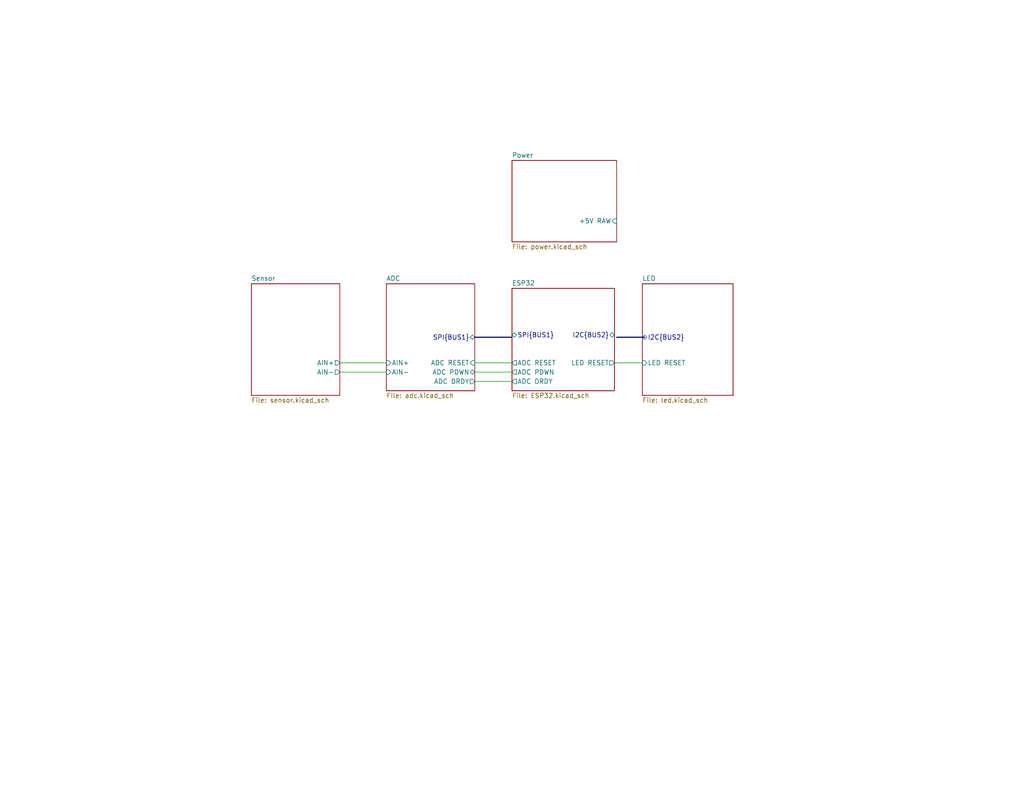
<source format=kicad_sch>
(kicad_sch (version 20211123) (generator eeschema)
  (paper "USLetter")
  (title_block (title "Development Board") (date "2022-06-22") (rev "2.2") (company "Plastic Scanner") (comment 1 "Juniper Technologies"))
  (lib_symbols)
  (bus (pts (xy 168.275 92.075) (xy 175.895 92.075)))
  (wire (pts (xy 92.71 99.06) (xy 105.41 99.06)))
  (wire (pts (xy 92.71 101.6) (xy 105.41 101.6)))
  (wire (pts (xy 129.54 99.06) (xy 139.7 99.06)))
  (wire (pts (xy 167.64 99.06) (xy 175.26 99.06)))
  (bus (pts (xy 129.54 92.075) (xy 139.7 92.075)))
  (wire (pts (xy 129.54 104.14) (xy 139.7 104.14)))
  (wire (pts (xy 129.54 101.6) (xy 139.7 101.6)))
  (sheet (at 175.26 77.47) (size 24.765 30.48) (stroke (width 0.1524))
    (property "Sheet name" "LED" (at 175.26 76.7584 0) (effects (justify left bottom)))
    (property "Sheet file" "led.kicad_sch" (at 175.26 108.5346 0) (effects (justify left top)))
    (pin "I2C{BUS2}" bidirectional (at 175.26 92.075 180))
    (pin "LED RESET" input (at 175.26 99.06 180))
  )
  (sheet (at 139.7 43.815) (size 28.575 22.225) (stroke (width 0.1524))
    (property "Sheet name" "Power" (at 139.7 43.1034 0) (effects (justify left bottom)))
    (property "Sheet file" "power.kicad_sch" (at 139.7 66.6246 0) (effects (justify left top)))
    (pin "+5V RAW" input (at 168.275 60.325 0))
  )
  (sheet (at 139.7 78.74) (size 27.94 27.94) (stroke (width 0.1524))
    (property "Sheet name" "ESP32" (at 139.7 78.0284 0) (effects (justify left bottom)))
    (property "Sheet file" "ESP32.kicad_sch" (at 139.7 107.2646 0) (effects (justify left top)))
    (pin "ADC PDWN" output (at 139.7 101.6 180))
    (pin "ADC RESET" output (at 139.7 99.06 180))
    (pin "ADC DRDY" output (at 139.7 104.14 180))
    (pin "SPI{BUS1}" bidirectional (at 139.7 91.44 180))
    (pin "I2C{BUS2}" bidirectional (at 167.64 91.44 0))
    (pin "LED RESET" output (at 167.64 99.06 0))
  )
  (sheet (at 68.58 77.47) (size 24.13 30.48) (stroke (width 0.1524))
    (property "Sheet name" "Sensor" (at 68.58 76.7584 0) (effects (justify left bottom)))
    (property "Sheet file" "sensor.kicad_sch" (at 68.58 108.5346 0) (effects (justify left top)))
    (pin "AIN-" output (at 92.71 101.6 0))
    (pin "AIN+" output (at 92.71 99.06 0))
  )
  (sheet (at 105.41 77.47) (size 24.13 29.21) (stroke (width 0.1524))
    (property "Sheet name" "ADC" (at 105.41 76.7584 0) (effects (justify left bottom)))
    (property "Sheet file" "adc.kicad_sch" (at 105.41 107.2646 0) (effects (justify left top)))
    (pin "AIN+" input (at 105.41 99.06 180))
    (pin "AIN-" input (at 105.41 101.6 180))
    (pin "ADC RESET" input (at 129.54 99.06 0))
    (pin "SPI{BUS1}" bidirectional (at 129.54 92.075 0))
    (pin "ADC DRDY" output (at 129.54 104.14 0))
    (pin "ADC PDWN" bidirectional (at 129.54 101.6 0))
  )
)
</source>
